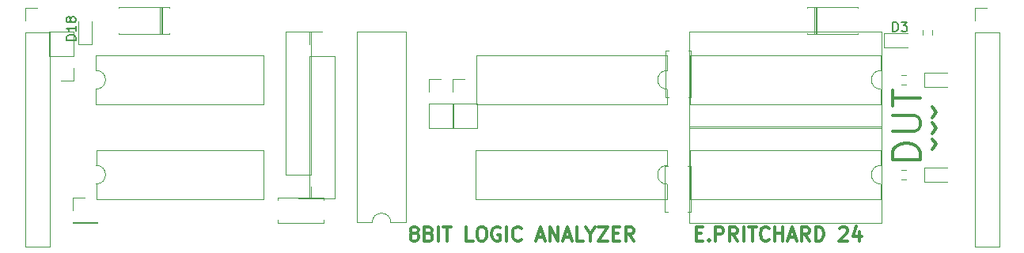
<source format=gbr>
%TF.GenerationSoftware,KiCad,Pcbnew,7.0.5*%
%TF.CreationDate,2024-09-15T17:20:00-04:00*%
%TF.ProjectId,8_bit_logic_analyzer,385f6269-745f-46c6-9f67-69635f616e61,rev?*%
%TF.SameCoordinates,Original*%
%TF.FileFunction,Legend,Top*%
%TF.FilePolarity,Positive*%
%FSLAX46Y46*%
G04 Gerber Fmt 4.6, Leading zero omitted, Abs format (unit mm)*
G04 Created by KiCad (PCBNEW 7.0.5) date 2024-09-15 17:20:00*
%MOMM*%
%LPD*%
G01*
G04 APERTURE LIST*
%ADD10C,0.300000*%
%ADD11C,0.150000*%
%ADD12C,0.120000*%
G04 APERTURE END LIST*
D10*
X112251432Y-25747892D02*
X112680004Y-26319320D01*
X112680004Y-26319320D02*
X112251432Y-26890749D01*
X112251432Y-27462178D02*
X112680004Y-28033606D01*
X112680004Y-28033606D02*
X112251432Y-28605035D01*
X112251432Y-29176464D02*
X112680004Y-29747892D01*
X112680004Y-29747892D02*
X112251432Y-30319321D01*
X110987257Y-31373346D02*
X107987257Y-31373346D01*
X107987257Y-31373346D02*
X107987257Y-30659060D01*
X107987257Y-30659060D02*
X108130114Y-30230489D01*
X108130114Y-30230489D02*
X108415828Y-29944774D01*
X108415828Y-29944774D02*
X108701542Y-29801917D01*
X108701542Y-29801917D02*
X109272971Y-29659060D01*
X109272971Y-29659060D02*
X109701542Y-29659060D01*
X109701542Y-29659060D02*
X110272971Y-29801917D01*
X110272971Y-29801917D02*
X110558685Y-29944774D01*
X110558685Y-29944774D02*
X110844400Y-30230489D01*
X110844400Y-30230489D02*
X110987257Y-30659060D01*
X110987257Y-30659060D02*
X110987257Y-31373346D01*
X107987257Y-28373346D02*
X110415828Y-28373346D01*
X110415828Y-28373346D02*
X110701542Y-28230489D01*
X110701542Y-28230489D02*
X110844400Y-28087632D01*
X110844400Y-28087632D02*
X110987257Y-27801917D01*
X110987257Y-27801917D02*
X110987257Y-27230489D01*
X110987257Y-27230489D02*
X110844400Y-26944774D01*
X110844400Y-26944774D02*
X110701542Y-26801917D01*
X110701542Y-26801917D02*
X110415828Y-26659060D01*
X110415828Y-26659060D02*
X107987257Y-26659060D01*
X107987257Y-25659060D02*
X107987257Y-23944775D01*
X110987257Y-24801917D02*
X107987257Y-24801917D01*
X86995536Y-39320033D02*
X87495536Y-39320033D01*
X87709822Y-40105747D02*
X86995536Y-40105747D01*
X86995536Y-40105747D02*
X86995536Y-38605747D01*
X86995536Y-38605747D02*
X87709822Y-38605747D01*
X88352679Y-39962890D02*
X88424108Y-40034319D01*
X88424108Y-40034319D02*
X88352679Y-40105747D01*
X88352679Y-40105747D02*
X88281251Y-40034319D01*
X88281251Y-40034319D02*
X88352679Y-39962890D01*
X88352679Y-39962890D02*
X88352679Y-40105747D01*
X89066965Y-40105747D02*
X89066965Y-38605747D01*
X89066965Y-38605747D02*
X89638394Y-38605747D01*
X89638394Y-38605747D02*
X89781251Y-38677176D01*
X89781251Y-38677176D02*
X89852680Y-38748604D01*
X89852680Y-38748604D02*
X89924108Y-38891461D01*
X89924108Y-38891461D02*
X89924108Y-39105747D01*
X89924108Y-39105747D02*
X89852680Y-39248604D01*
X89852680Y-39248604D02*
X89781251Y-39320033D01*
X89781251Y-39320033D02*
X89638394Y-39391461D01*
X89638394Y-39391461D02*
X89066965Y-39391461D01*
X91424108Y-40105747D02*
X90924108Y-39391461D01*
X90566965Y-40105747D02*
X90566965Y-38605747D01*
X90566965Y-38605747D02*
X91138394Y-38605747D01*
X91138394Y-38605747D02*
X91281251Y-38677176D01*
X91281251Y-38677176D02*
X91352680Y-38748604D01*
X91352680Y-38748604D02*
X91424108Y-38891461D01*
X91424108Y-38891461D02*
X91424108Y-39105747D01*
X91424108Y-39105747D02*
X91352680Y-39248604D01*
X91352680Y-39248604D02*
X91281251Y-39320033D01*
X91281251Y-39320033D02*
X91138394Y-39391461D01*
X91138394Y-39391461D02*
X90566965Y-39391461D01*
X92066965Y-40105747D02*
X92066965Y-38605747D01*
X92566966Y-38605747D02*
X93424109Y-38605747D01*
X92995537Y-40105747D02*
X92995537Y-38605747D01*
X94781251Y-39962890D02*
X94709823Y-40034319D01*
X94709823Y-40034319D02*
X94495537Y-40105747D01*
X94495537Y-40105747D02*
X94352680Y-40105747D01*
X94352680Y-40105747D02*
X94138394Y-40034319D01*
X94138394Y-40034319D02*
X93995537Y-39891461D01*
X93995537Y-39891461D02*
X93924108Y-39748604D01*
X93924108Y-39748604D02*
X93852680Y-39462890D01*
X93852680Y-39462890D02*
X93852680Y-39248604D01*
X93852680Y-39248604D02*
X93924108Y-38962890D01*
X93924108Y-38962890D02*
X93995537Y-38820033D01*
X93995537Y-38820033D02*
X94138394Y-38677176D01*
X94138394Y-38677176D02*
X94352680Y-38605747D01*
X94352680Y-38605747D02*
X94495537Y-38605747D01*
X94495537Y-38605747D02*
X94709823Y-38677176D01*
X94709823Y-38677176D02*
X94781251Y-38748604D01*
X95424108Y-40105747D02*
X95424108Y-38605747D01*
X95424108Y-39320033D02*
X96281251Y-39320033D01*
X96281251Y-40105747D02*
X96281251Y-38605747D01*
X96924109Y-39677176D02*
X97638395Y-39677176D01*
X96781252Y-40105747D02*
X97281252Y-38605747D01*
X97281252Y-38605747D02*
X97781252Y-40105747D01*
X99138394Y-40105747D02*
X98638394Y-39391461D01*
X98281251Y-40105747D02*
X98281251Y-38605747D01*
X98281251Y-38605747D02*
X98852680Y-38605747D01*
X98852680Y-38605747D02*
X98995537Y-38677176D01*
X98995537Y-38677176D02*
X99066966Y-38748604D01*
X99066966Y-38748604D02*
X99138394Y-38891461D01*
X99138394Y-38891461D02*
X99138394Y-39105747D01*
X99138394Y-39105747D02*
X99066966Y-39248604D01*
X99066966Y-39248604D02*
X98995537Y-39320033D01*
X98995537Y-39320033D02*
X98852680Y-39391461D01*
X98852680Y-39391461D02*
X98281251Y-39391461D01*
X99781251Y-40105747D02*
X99781251Y-38605747D01*
X99781251Y-38605747D02*
X100138394Y-38605747D01*
X100138394Y-38605747D02*
X100352680Y-38677176D01*
X100352680Y-38677176D02*
X100495537Y-38820033D01*
X100495537Y-38820033D02*
X100566966Y-38962890D01*
X100566966Y-38962890D02*
X100638394Y-39248604D01*
X100638394Y-39248604D02*
X100638394Y-39462890D01*
X100638394Y-39462890D02*
X100566966Y-39748604D01*
X100566966Y-39748604D02*
X100495537Y-39891461D01*
X100495537Y-39891461D02*
X100352680Y-40034319D01*
X100352680Y-40034319D02*
X100138394Y-40105747D01*
X100138394Y-40105747D02*
X99781251Y-40105747D01*
X102352680Y-38748604D02*
X102424108Y-38677176D01*
X102424108Y-38677176D02*
X102566966Y-38605747D01*
X102566966Y-38605747D02*
X102924108Y-38605747D01*
X102924108Y-38605747D02*
X103066966Y-38677176D01*
X103066966Y-38677176D02*
X103138394Y-38748604D01*
X103138394Y-38748604D02*
X103209823Y-38891461D01*
X103209823Y-38891461D02*
X103209823Y-39034319D01*
X103209823Y-39034319D02*
X103138394Y-39248604D01*
X103138394Y-39248604D02*
X102281251Y-40105747D01*
X102281251Y-40105747D02*
X103209823Y-40105747D01*
X104495537Y-39105747D02*
X104495537Y-40105747D01*
X104138394Y-38534319D02*
X103781251Y-39605747D01*
X103781251Y-39605747D02*
X104709822Y-39605747D01*
X56699086Y-39249285D02*
X56556229Y-39177857D01*
X56556229Y-39177857D02*
X56484800Y-39106428D01*
X56484800Y-39106428D02*
X56413372Y-38963571D01*
X56413372Y-38963571D02*
X56413372Y-38892142D01*
X56413372Y-38892142D02*
X56484800Y-38749285D01*
X56484800Y-38749285D02*
X56556229Y-38677857D01*
X56556229Y-38677857D02*
X56699086Y-38606428D01*
X56699086Y-38606428D02*
X56984800Y-38606428D01*
X56984800Y-38606428D02*
X57127658Y-38677857D01*
X57127658Y-38677857D02*
X57199086Y-38749285D01*
X57199086Y-38749285D02*
X57270515Y-38892142D01*
X57270515Y-38892142D02*
X57270515Y-38963571D01*
X57270515Y-38963571D02*
X57199086Y-39106428D01*
X57199086Y-39106428D02*
X57127658Y-39177857D01*
X57127658Y-39177857D02*
X56984800Y-39249285D01*
X56984800Y-39249285D02*
X56699086Y-39249285D01*
X56699086Y-39249285D02*
X56556229Y-39320714D01*
X56556229Y-39320714D02*
X56484800Y-39392142D01*
X56484800Y-39392142D02*
X56413372Y-39535000D01*
X56413372Y-39535000D02*
X56413372Y-39820714D01*
X56413372Y-39820714D02*
X56484800Y-39963571D01*
X56484800Y-39963571D02*
X56556229Y-40035000D01*
X56556229Y-40035000D02*
X56699086Y-40106428D01*
X56699086Y-40106428D02*
X56984800Y-40106428D01*
X56984800Y-40106428D02*
X57127658Y-40035000D01*
X57127658Y-40035000D02*
X57199086Y-39963571D01*
X57199086Y-39963571D02*
X57270515Y-39820714D01*
X57270515Y-39820714D02*
X57270515Y-39535000D01*
X57270515Y-39535000D02*
X57199086Y-39392142D01*
X57199086Y-39392142D02*
X57127658Y-39320714D01*
X57127658Y-39320714D02*
X56984800Y-39249285D01*
X58413371Y-39320714D02*
X58627657Y-39392142D01*
X58627657Y-39392142D02*
X58699086Y-39463571D01*
X58699086Y-39463571D02*
X58770514Y-39606428D01*
X58770514Y-39606428D02*
X58770514Y-39820714D01*
X58770514Y-39820714D02*
X58699086Y-39963571D01*
X58699086Y-39963571D02*
X58627657Y-40035000D01*
X58627657Y-40035000D02*
X58484800Y-40106428D01*
X58484800Y-40106428D02*
X57913371Y-40106428D01*
X57913371Y-40106428D02*
X57913371Y-38606428D01*
X57913371Y-38606428D02*
X58413371Y-38606428D01*
X58413371Y-38606428D02*
X58556229Y-38677857D01*
X58556229Y-38677857D02*
X58627657Y-38749285D01*
X58627657Y-38749285D02*
X58699086Y-38892142D01*
X58699086Y-38892142D02*
X58699086Y-39035000D01*
X58699086Y-39035000D02*
X58627657Y-39177857D01*
X58627657Y-39177857D02*
X58556229Y-39249285D01*
X58556229Y-39249285D02*
X58413371Y-39320714D01*
X58413371Y-39320714D02*
X57913371Y-39320714D01*
X59413371Y-40106428D02*
X59413371Y-38606428D01*
X59913372Y-38606428D02*
X60770515Y-38606428D01*
X60341943Y-40106428D02*
X60341943Y-38606428D01*
X63127657Y-40106428D02*
X62413371Y-40106428D01*
X62413371Y-40106428D02*
X62413371Y-38606428D01*
X63913372Y-38606428D02*
X64199086Y-38606428D01*
X64199086Y-38606428D02*
X64341943Y-38677857D01*
X64341943Y-38677857D02*
X64484800Y-38820714D01*
X64484800Y-38820714D02*
X64556229Y-39106428D01*
X64556229Y-39106428D02*
X64556229Y-39606428D01*
X64556229Y-39606428D02*
X64484800Y-39892142D01*
X64484800Y-39892142D02*
X64341943Y-40035000D01*
X64341943Y-40035000D02*
X64199086Y-40106428D01*
X64199086Y-40106428D02*
X63913372Y-40106428D01*
X63913372Y-40106428D02*
X63770515Y-40035000D01*
X63770515Y-40035000D02*
X63627657Y-39892142D01*
X63627657Y-39892142D02*
X63556229Y-39606428D01*
X63556229Y-39606428D02*
X63556229Y-39106428D01*
X63556229Y-39106428D02*
X63627657Y-38820714D01*
X63627657Y-38820714D02*
X63770515Y-38677857D01*
X63770515Y-38677857D02*
X63913372Y-38606428D01*
X65984801Y-38677857D02*
X65841944Y-38606428D01*
X65841944Y-38606428D02*
X65627658Y-38606428D01*
X65627658Y-38606428D02*
X65413372Y-38677857D01*
X65413372Y-38677857D02*
X65270515Y-38820714D01*
X65270515Y-38820714D02*
X65199086Y-38963571D01*
X65199086Y-38963571D02*
X65127658Y-39249285D01*
X65127658Y-39249285D02*
X65127658Y-39463571D01*
X65127658Y-39463571D02*
X65199086Y-39749285D01*
X65199086Y-39749285D02*
X65270515Y-39892142D01*
X65270515Y-39892142D02*
X65413372Y-40035000D01*
X65413372Y-40035000D02*
X65627658Y-40106428D01*
X65627658Y-40106428D02*
X65770515Y-40106428D01*
X65770515Y-40106428D02*
X65984801Y-40035000D01*
X65984801Y-40035000D02*
X66056229Y-39963571D01*
X66056229Y-39963571D02*
X66056229Y-39463571D01*
X66056229Y-39463571D02*
X65770515Y-39463571D01*
X66699086Y-40106428D02*
X66699086Y-38606428D01*
X68270515Y-39963571D02*
X68199087Y-40035000D01*
X68199087Y-40035000D02*
X67984801Y-40106428D01*
X67984801Y-40106428D02*
X67841944Y-40106428D01*
X67841944Y-40106428D02*
X67627658Y-40035000D01*
X67627658Y-40035000D02*
X67484801Y-39892142D01*
X67484801Y-39892142D02*
X67413372Y-39749285D01*
X67413372Y-39749285D02*
X67341944Y-39463571D01*
X67341944Y-39463571D02*
X67341944Y-39249285D01*
X67341944Y-39249285D02*
X67413372Y-38963571D01*
X67413372Y-38963571D02*
X67484801Y-38820714D01*
X67484801Y-38820714D02*
X67627658Y-38677857D01*
X67627658Y-38677857D02*
X67841944Y-38606428D01*
X67841944Y-38606428D02*
X67984801Y-38606428D01*
X67984801Y-38606428D02*
X68199087Y-38677857D01*
X68199087Y-38677857D02*
X68270515Y-38749285D01*
X69984801Y-39677857D02*
X70699087Y-39677857D01*
X69841944Y-40106428D02*
X70341944Y-38606428D01*
X70341944Y-38606428D02*
X70841944Y-40106428D01*
X71341943Y-40106428D02*
X71341943Y-38606428D01*
X71341943Y-38606428D02*
X72199086Y-40106428D01*
X72199086Y-40106428D02*
X72199086Y-38606428D01*
X72841944Y-39677857D02*
X73556230Y-39677857D01*
X72699087Y-40106428D02*
X73199087Y-38606428D01*
X73199087Y-38606428D02*
X73699087Y-40106428D01*
X74913372Y-40106428D02*
X74199086Y-40106428D01*
X74199086Y-40106428D02*
X74199086Y-38606428D01*
X75699087Y-39392142D02*
X75699087Y-40106428D01*
X75199087Y-38606428D02*
X75699087Y-39392142D01*
X75699087Y-39392142D02*
X76199087Y-38606428D01*
X76556229Y-38606428D02*
X77556229Y-38606428D01*
X77556229Y-38606428D02*
X76556229Y-40106428D01*
X76556229Y-40106428D02*
X77556229Y-40106428D01*
X78127657Y-39320714D02*
X78627657Y-39320714D01*
X78841943Y-40106428D02*
X78127657Y-40106428D01*
X78127657Y-40106428D02*
X78127657Y-38606428D01*
X78127657Y-38606428D02*
X78841943Y-38606428D01*
X80341943Y-40106428D02*
X79841943Y-39392142D01*
X79484800Y-40106428D02*
X79484800Y-38606428D01*
X79484800Y-38606428D02*
X80056229Y-38606428D01*
X80056229Y-38606428D02*
X80199086Y-38677857D01*
X80199086Y-38677857D02*
X80270515Y-38749285D01*
X80270515Y-38749285D02*
X80341943Y-38892142D01*
X80341943Y-38892142D02*
X80341943Y-39106428D01*
X80341943Y-39106428D02*
X80270515Y-39249285D01*
X80270515Y-39249285D02*
X80199086Y-39320714D01*
X80199086Y-39320714D02*
X80056229Y-39392142D01*
X80056229Y-39392142D02*
X79484800Y-39392142D01*
D11*
%TO.C,D18*%
X20614819Y-18599285D02*
X19614819Y-18599285D01*
X19614819Y-18599285D02*
X19614819Y-18361190D01*
X19614819Y-18361190D02*
X19662438Y-18218333D01*
X19662438Y-18218333D02*
X19757676Y-18123095D01*
X19757676Y-18123095D02*
X19852914Y-18075476D01*
X19852914Y-18075476D02*
X20043390Y-18027857D01*
X20043390Y-18027857D02*
X20186247Y-18027857D01*
X20186247Y-18027857D02*
X20376723Y-18075476D01*
X20376723Y-18075476D02*
X20471961Y-18123095D01*
X20471961Y-18123095D02*
X20567200Y-18218333D01*
X20567200Y-18218333D02*
X20614819Y-18361190D01*
X20614819Y-18361190D02*
X20614819Y-18599285D01*
X20614819Y-17075476D02*
X20614819Y-17646904D01*
X20614819Y-17361190D02*
X19614819Y-17361190D01*
X19614819Y-17361190D02*
X19757676Y-17456428D01*
X19757676Y-17456428D02*
X19852914Y-17551666D01*
X19852914Y-17551666D02*
X19900533Y-17646904D01*
X20043390Y-16504047D02*
X19995771Y-16599285D01*
X19995771Y-16599285D02*
X19948152Y-16646904D01*
X19948152Y-16646904D02*
X19852914Y-16694523D01*
X19852914Y-16694523D02*
X19805295Y-16694523D01*
X19805295Y-16694523D02*
X19710057Y-16646904D01*
X19710057Y-16646904D02*
X19662438Y-16599285D01*
X19662438Y-16599285D02*
X19614819Y-16504047D01*
X19614819Y-16504047D02*
X19614819Y-16313571D01*
X19614819Y-16313571D02*
X19662438Y-16218333D01*
X19662438Y-16218333D02*
X19710057Y-16170714D01*
X19710057Y-16170714D02*
X19805295Y-16123095D01*
X19805295Y-16123095D02*
X19852914Y-16123095D01*
X19852914Y-16123095D02*
X19948152Y-16170714D01*
X19948152Y-16170714D02*
X19995771Y-16218333D01*
X19995771Y-16218333D02*
X20043390Y-16313571D01*
X20043390Y-16313571D02*
X20043390Y-16504047D01*
X20043390Y-16504047D02*
X20091009Y-16599285D01*
X20091009Y-16599285D02*
X20138628Y-16646904D01*
X20138628Y-16646904D02*
X20233866Y-16694523D01*
X20233866Y-16694523D02*
X20424342Y-16694523D01*
X20424342Y-16694523D02*
X20519580Y-16646904D01*
X20519580Y-16646904D02*
X20567200Y-16599285D01*
X20567200Y-16599285D02*
X20614819Y-16504047D01*
X20614819Y-16504047D02*
X20614819Y-16313571D01*
X20614819Y-16313571D02*
X20567200Y-16218333D01*
X20567200Y-16218333D02*
X20519580Y-16170714D01*
X20519580Y-16170714D02*
X20424342Y-16123095D01*
X20424342Y-16123095D02*
X20233866Y-16123095D01*
X20233866Y-16123095D02*
X20138628Y-16170714D01*
X20138628Y-16170714D02*
X20091009Y-16218333D01*
X20091009Y-16218333D02*
X20043390Y-16313571D01*
%TO.C,D3*%
X108044390Y-17668332D02*
X108044390Y-16668332D01*
X108044390Y-16668332D02*
X108282485Y-16668332D01*
X108282485Y-16668332D02*
X108425342Y-16715951D01*
X108425342Y-16715951D02*
X108520580Y-16811189D01*
X108520580Y-16811189D02*
X108568199Y-16906427D01*
X108568199Y-16906427D02*
X108615818Y-17096903D01*
X108615818Y-17096903D02*
X108615818Y-17239760D01*
X108615818Y-17239760D02*
X108568199Y-17430236D01*
X108568199Y-17430236D02*
X108520580Y-17525474D01*
X108520580Y-17525474D02*
X108425342Y-17620713D01*
X108425342Y-17620713D02*
X108282485Y-17668332D01*
X108282485Y-17668332D02*
X108044390Y-17668332D01*
X108949152Y-16668332D02*
X109568199Y-16668332D01*
X109568199Y-16668332D02*
X109234866Y-17049284D01*
X109234866Y-17049284D02*
X109377723Y-17049284D01*
X109377723Y-17049284D02*
X109472961Y-17096903D01*
X109472961Y-17096903D02*
X109520580Y-17144522D01*
X109520580Y-17144522D02*
X109568199Y-17239760D01*
X109568199Y-17239760D02*
X109568199Y-17477855D01*
X109568199Y-17477855D02*
X109520580Y-17573093D01*
X109520580Y-17573093D02*
X109472961Y-17620713D01*
X109472961Y-17620713D02*
X109377723Y-17668332D01*
X109377723Y-17668332D02*
X109092009Y-17668332D01*
X109092009Y-17668332D02*
X108996771Y-17620713D01*
X108996771Y-17620713D02*
X108949152Y-17573093D01*
D12*
%TO.C,D18*%
X20855000Y-19045000D02*
X22325000Y-19045000D01*
X22325000Y-19045000D02*
X22325000Y-16585000D01*
X20855000Y-16585000D02*
X20855000Y-19045000D01*
%TO.C,D3*%
X107122485Y-17908513D02*
X107122485Y-19378513D01*
X107122485Y-19378513D02*
X109582485Y-19378513D01*
X109582485Y-17908513D02*
X107122485Y-17908513D01*
%TO.C,R19*%
X109474724Y-32497500D02*
X108965276Y-32497500D01*
X109474724Y-33542500D02*
X108965276Y-33542500D01*
%TO.C,R18*%
X109474724Y-23382500D02*
X108965276Y-23382500D01*
X109474724Y-22337500D02*
X108965276Y-22337500D01*
%TO.C,R4*%
X112282500Y-18034724D02*
X112282500Y-17525276D01*
X111237500Y-18034724D02*
X111237500Y-17525276D01*
%TO.C,D17*%
X111370000Y-32285000D02*
X111370000Y-33755000D01*
X111370000Y-33755000D02*
X113830000Y-33755000D01*
X113830000Y-32285000D02*
X111370000Y-32285000D01*
%TO.C,D16*%
X111370000Y-22125000D02*
X111370000Y-23595000D01*
X111370000Y-23595000D02*
X113830000Y-23595000D01*
X113830000Y-22125000D02*
X111370000Y-22125000D01*
%TO.C,J4*%
X45770000Y-35605000D02*
X44440000Y-35605000D01*
X45770000Y-34275000D02*
X45770000Y-35605000D01*
X45770000Y-33005000D02*
X45770000Y-17705000D01*
X45770000Y-33005000D02*
X43110000Y-33005000D01*
X45770000Y-17705000D02*
X43110000Y-17705000D01*
X43110000Y-33005000D02*
X43110000Y-17705000D01*
%TO.C,J2*%
X15180000Y-15180000D02*
X16510000Y-15180000D01*
X15180000Y-16510000D02*
X15180000Y-15180000D01*
X15180000Y-17780000D02*
X15180000Y-40700000D01*
X15180000Y-17780000D02*
X17840000Y-17780000D01*
X15180000Y-40700000D02*
X17840000Y-40700000D01*
X17840000Y-17780000D02*
X17840000Y-40700000D01*
%TO.C,U6*%
X55980000Y-38145000D02*
X55980000Y-17705000D01*
X55980000Y-17705000D02*
X50680000Y-17705000D01*
X54330000Y-38145000D02*
X55980000Y-38145000D01*
X50680000Y-38145000D02*
X52330000Y-38145000D01*
X50680000Y-17705000D02*
X50680000Y-38145000D01*
X54330000Y-38145000D02*
G75*
G03*
X52330000Y-38145000I-1000000J0D01*
G01*
%TO.C,U5*%
X83880000Y-21860000D02*
G75*
G03*
X83880000Y-23860000I0J-1000000D01*
G01*
X63440000Y-25510000D02*
X83880000Y-25510000D01*
X83880000Y-25510000D02*
X83880000Y-23860000D01*
X83880000Y-21860000D02*
X83880000Y-20210000D01*
X63440000Y-20210000D02*
X63440000Y-25510000D01*
X83880000Y-20210000D02*
X63440000Y-20210000D01*
%TO.C,C11*%
X86094517Y-32050675D02*
X86409517Y-32050675D01*
X83669517Y-32050675D02*
X83984517Y-32050675D01*
X86409517Y-36990675D02*
X86409517Y-32050675D01*
X86094517Y-36990675D02*
X86409517Y-36990675D01*
X83669517Y-36990675D02*
X83669517Y-32050675D01*
X83669517Y-36990675D02*
X83984517Y-36990675D01*
%TO.C,U4*%
X106740000Y-32020000D02*
G75*
G03*
X106740000Y-34020000I0J-1000000D01*
G01*
X86240000Y-38160000D02*
X106800000Y-38160000D01*
X106800000Y-38160000D02*
X106800000Y-27880000D01*
X86300000Y-35670000D02*
X106740000Y-35670000D01*
X106740000Y-35670000D02*
X106740000Y-34020000D01*
X106740000Y-32020000D02*
X106740000Y-30370000D01*
X86300000Y-30370000D02*
X86300000Y-35670000D01*
X106740000Y-30370000D02*
X86300000Y-30370000D01*
X86240000Y-27880000D02*
X86240000Y-38160000D01*
X106800000Y-27880000D02*
X86240000Y-27880000D01*
%TO.C,C10*%
X86144999Y-19766650D02*
X86459999Y-19766650D01*
X83719999Y-19766650D02*
X84034999Y-19766650D01*
X86459999Y-24706650D02*
X86459999Y-19766650D01*
X86144999Y-24706650D02*
X86459999Y-24706650D01*
X83719999Y-24706650D02*
X83719999Y-19766650D01*
X83719999Y-24706650D02*
X84034999Y-24706650D01*
%TO.C,U7*%
X22795000Y-25500000D02*
X40695000Y-25500000D01*
X40695000Y-25500000D02*
X40695000Y-20200000D01*
X22795000Y-23850000D02*
X22795000Y-25500000D01*
X22795000Y-20200000D02*
X22795000Y-21850000D01*
X40695000Y-20200000D02*
X22795000Y-20200000D01*
X22795000Y-23850000D02*
G75*
G03*
X22795000Y-21850000I0J1000000D01*
G01*
%TO.C,U8*%
X22800000Y-35670000D02*
X40700000Y-35670000D01*
X40700000Y-35670000D02*
X40700000Y-30370000D01*
X22800000Y-34020000D02*
X22800000Y-35670000D01*
X22800000Y-30370000D02*
X22800000Y-32020000D01*
X40700000Y-30370000D02*
X22800000Y-30370000D01*
X22800000Y-34020000D02*
G75*
G03*
X22800000Y-32020000I0J1000000D01*
G01*
%TO.C,J8*%
X20260000Y-35500000D02*
X21590000Y-35500000D01*
X20260000Y-36830000D02*
X20260000Y-35500000D01*
X20260000Y-38100000D02*
X20260000Y-38160000D01*
X20260000Y-38100000D02*
X22920000Y-38100000D01*
X20260000Y-38160000D02*
X22920000Y-38160000D01*
X22920000Y-38100000D02*
X22920000Y-38160000D01*
%TO.C,J1*%
X119440000Y-17780000D02*
X119440000Y-40700000D01*
X116780000Y-40700000D02*
X119440000Y-40700000D01*
X116780000Y-17780000D02*
X119440000Y-17780000D01*
X116780000Y-17780000D02*
X116780000Y-40700000D01*
X116780000Y-16510000D02*
X116780000Y-15180000D01*
X116780000Y-15180000D02*
X118110000Y-15180000D01*
%TO.C,J5*%
X61020000Y-25400000D02*
X61020000Y-28000000D01*
X58360000Y-28000000D02*
X61020000Y-28000000D01*
X58360000Y-25400000D02*
X61020000Y-25400000D01*
X58360000Y-25400000D02*
X58360000Y-28000000D01*
X58360000Y-24130000D02*
X58360000Y-22800000D01*
X58360000Y-22800000D02*
X59690000Y-22800000D01*
%TO.C,D2*%
X104320000Y-17980000D02*
X104320000Y-17850000D01*
X104320000Y-15040000D02*
X104320000Y-15170000D01*
X99900000Y-15040000D02*
X99900000Y-17980000D01*
X99780000Y-15040000D02*
X99780000Y-17980000D01*
X99660000Y-15040000D02*
X99660000Y-17980000D01*
X98880000Y-17980000D02*
X104320000Y-17980000D01*
X98880000Y-17850000D02*
X98880000Y-17980000D01*
X98880000Y-15170000D02*
X98880000Y-15040000D01*
X98880000Y-15040000D02*
X104320000Y-15040000D01*
%TO.C,U9*%
X83865000Y-32030000D02*
G75*
G03*
X83865000Y-34030000I0J-1000000D01*
G01*
X63425000Y-35680000D02*
X83865000Y-35680000D01*
X83865000Y-35680000D02*
X83865000Y-34030000D01*
X83865000Y-32030000D02*
X83865000Y-30380000D01*
X63425000Y-30380000D02*
X63425000Y-35680000D01*
X83865000Y-30380000D02*
X63425000Y-30380000D01*
%TO.C,J6*%
X63560000Y-25400000D02*
X63560000Y-28000000D01*
X60900000Y-28000000D02*
X63560000Y-28000000D01*
X60900000Y-25400000D02*
X63560000Y-25400000D01*
X60900000Y-25400000D02*
X60900000Y-28000000D01*
X60900000Y-24130000D02*
X60900000Y-22800000D01*
X60900000Y-22800000D02*
X62230000Y-22800000D01*
%TO.C,J7*%
X20380000Y-22920000D02*
X19050000Y-22920000D01*
X20380000Y-21590000D02*
X20380000Y-22920000D01*
X20380000Y-20320000D02*
X20380000Y-17720000D01*
X20380000Y-20320000D02*
X17720000Y-20320000D01*
X20380000Y-17720000D02*
X17720000Y-17720000D01*
X17720000Y-20320000D02*
X17720000Y-17720000D01*
%TO.C,U2*%
X106740000Y-21860000D02*
G75*
G03*
X106740000Y-23860000I0J-1000000D01*
G01*
X86240000Y-28000000D02*
X106800000Y-28000000D01*
X106800000Y-28000000D02*
X106800000Y-17720000D01*
X86300000Y-25510000D02*
X106740000Y-25510000D01*
X106740000Y-25510000D02*
X106740000Y-23860000D01*
X106740000Y-21860000D02*
X106740000Y-20210000D01*
X86300000Y-20210000D02*
X86300000Y-25510000D01*
X106740000Y-20210000D02*
X86300000Y-20210000D01*
X86240000Y-17720000D02*
X86240000Y-28000000D01*
X106800000Y-17720000D02*
X86240000Y-17720000D01*
%TO.C,D1*%
X30660000Y-17980000D02*
X25220000Y-17980000D01*
X30660000Y-17850000D02*
X30660000Y-17980000D01*
X30660000Y-15170000D02*
X30660000Y-15040000D01*
X30660000Y-15040000D02*
X25220000Y-15040000D01*
X29880000Y-17980000D02*
X29880000Y-15040000D01*
X29760000Y-17980000D02*
X29760000Y-15040000D01*
X29640000Y-17980000D02*
X29640000Y-15040000D01*
X25220000Y-17980000D02*
X25220000Y-17850000D01*
X25220000Y-15040000D02*
X25220000Y-15170000D01*
%TO.C,C4*%
X47146220Y-38182393D02*
X47146220Y-37867393D01*
X47146220Y-38182393D02*
X42206220Y-38182393D01*
X47146220Y-35757393D02*
X47146220Y-35442393D01*
X47146220Y-35442393D02*
X42206220Y-35442393D01*
X42206220Y-38182393D02*
X42206220Y-37867393D01*
X42206220Y-35757393D02*
X42206220Y-35442393D01*
%TO.C,J3*%
X45650000Y-17705000D02*
X46980000Y-17705000D01*
X45650000Y-19035000D02*
X45650000Y-17705000D01*
X45650000Y-20305000D02*
X45650000Y-35605000D01*
X45650000Y-20305000D02*
X48310000Y-20305000D01*
X45650000Y-35605000D02*
X48310000Y-35605000D01*
X48310000Y-20305000D02*
X48310000Y-35605000D01*
%TD*%
M02*

</source>
